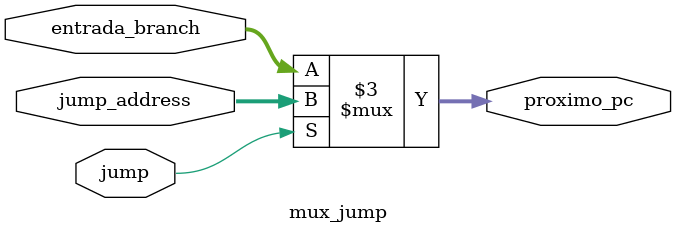
<source format=v>
`timescale 1ns/1ns
module mux_jump (
    input jump, 
    input [31:0] entrada_branch,
    input [31:0] jump_address,
    output reg [31:0] proximo_pc
);

always @(*) begin
    if (jump) begin
        proximo_pc = jump_address; 
    end
	else begin
        proximo_pc = entrada_branch; // Si es 'BEQ', 'LW', 'SW', o Tipo-R
    end
end

endmodule
</source>
